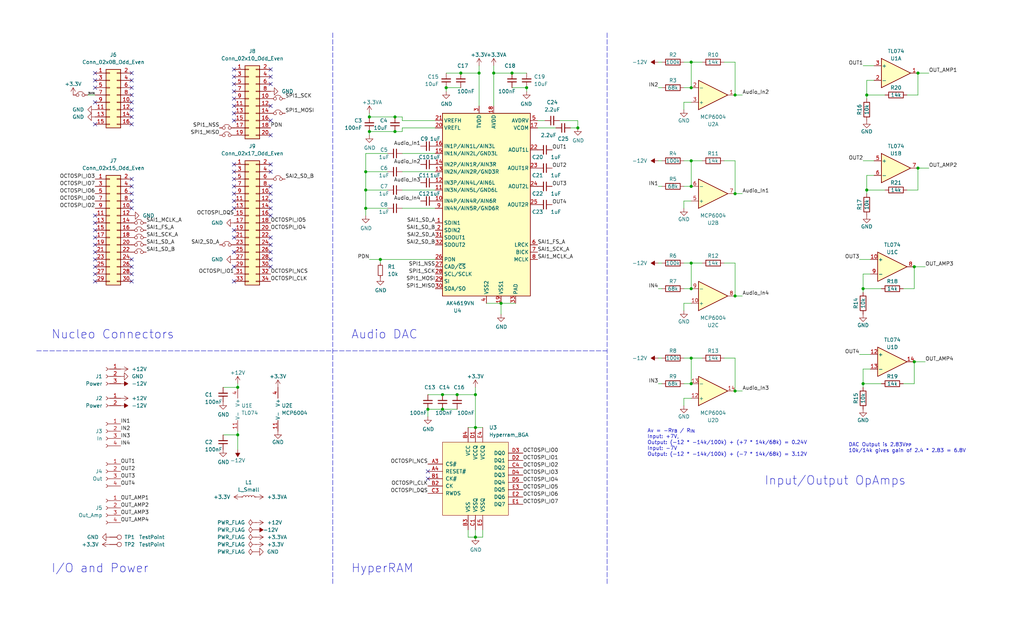
<source format=kicad_sch>
(kicad_sch (version 20230121) (generator eeschema)
  (paper "USLegal")
  (title_block (title "AK4619 STM32H563 Dev Board") (date "2023-08-23") (rev "1.0") (company "Mountjoy Modular"))
  (junction (at 317.5 92.71))
  (junction (at 318.77 25.4))
  (junction (at 128.27 40.64))
  (junction (at 153.67 142.24))
  (junction (at 240.03 21.59))
  (junction (at 182.88 30.48))
  (junction (at 300.99 66.04))
  (junction (at 299.72 133.35))
  (junction (at 165.1 186.69))
  (junction (at 299.72 100.33))
  (junction (at 300.99 33.02))
  (junction (at 240.03 55.88))
  (junction (at 137.16 45.72))
  (junction (at 127 66.04))
  (junction (at 240.03 124.46))
  (junction (at 82.55 134.62))
  (junction (at 137.16 40.64))
  (junction (at 127 59.69))
  (junction (at 128.27 45.72))
  (junction (at 171.45 25.4))
  (junction (at 165.1 137.16))
  (junction (at 240.03 91.44))
  (junction (at 154.94 30.48))
  (junction (at 82.55 151.13))
  (junction (at 158.75 137.16))
  (junction (at 153.67 137.16))
  (junction (at 240.03 100.33))
  (junction (at 127 72.39))
  (junction (at 255.27 33.02))
  (junction (at 173.99 105.41))
  (junction (at 165.1 148.59))
  (junction (at 160.02 25.4))
  (junction (at 240.03 64.77))
  (junction (at 255.27 102.87))
  (junction (at 255.27 135.89))
  (junction (at 148.59 142.24))
  (junction (at 166.37 25.4))
  (junction (at 317.5 125.73))
  (junction (at 255.27 67.31))
  (junction (at 200.66 44.45))
  (junction (at 240.03 30.48))
  (junction (at 132.08 90.17))
  (junction (at 318.77 58.42))
  (junction (at 177.8 25.4))
  (junction (at 240.03 133.35))
  (no_connect (at 93.98 82.55))
  (no_connect (at 93.98 59.69))
  (no_connect (at 45.72 67.31))
  (no_connect (at 93.98 46.99))
  (no_connect (at 81.28 69.85))
  (no_connect (at 93.98 90.17))
  (no_connect (at 45.72 92.71))
  (no_connect (at 93.98 29.21))
  (no_connect (at 45.72 97.79))
  (no_connect (at 33.02 74.93))
  (no_connect (at 81.28 97.79))
  (no_connect (at 93.98 67.31))
  (no_connect (at 45.72 62.23))
  (no_connect (at 33.02 30.48))
  (no_connect (at 81.28 72.39))
  (no_connect (at 81.28 80.01))
  (no_connect (at 33.02 92.71))
  (no_connect (at 81.28 39.37))
  (no_connect (at 45.72 27.94))
  (no_connect (at 45.72 33.02))
  (no_connect (at 45.72 72.39))
  (no_connect (at 45.72 38.1))
  (no_connect (at 81.28 57.15))
  (no_connect (at 45.72 90.17))
  (no_connect (at 93.98 85.09))
  (no_connect (at 33.02 85.09))
  (no_connect (at 93.98 92.71))
  (no_connect (at 45.72 69.85))
  (no_connect (at 33.02 43.18))
  (no_connect (at 33.02 82.55))
  (no_connect (at 93.98 41.91))
  (no_connect (at 81.28 26.67))
  (no_connect (at 33.02 87.63))
  (no_connect (at 45.72 35.56))
  (no_connect (at 33.02 77.47))
  (no_connect (at 93.98 36.83))
  (no_connect (at 45.72 64.77))
  (no_connect (at 33.02 95.25))
  (no_connect (at 81.28 24.13))
  (no_connect (at 81.28 64.77))
  (no_connect (at 93.98 64.77))
  (no_connect (at 81.28 67.31))
  (no_connect (at 81.28 87.63))
  (no_connect (at 81.28 59.69))
  (no_connect (at 33.02 97.79))
  (no_connect (at 33.02 90.17))
  (no_connect (at 81.28 36.83))
  (no_connect (at 81.28 92.71))
  (no_connect (at 81.28 82.55))
  (no_connect (at 33.02 35.56))
  (no_connect (at 148.59 166.37))
  (no_connect (at 45.72 43.18))
  (no_connect (at 81.28 34.29))
  (no_connect (at 93.98 74.93))
  (no_connect (at 45.72 40.64))
  (no_connect (at 33.02 25.4))
  (no_connect (at 148.59 163.83))
  (no_connect (at 93.98 87.63))
  (no_connect (at 93.98 57.15))
  (no_connect (at 81.28 31.75))
  (no_connect (at 33.02 27.94))
  (no_connect (at 81.28 29.21))
  (no_connect (at 45.72 25.4))
  (no_connect (at 45.72 95.25))
  (no_connect (at 93.98 26.67))
  (no_connect (at 45.72 30.48))
  (no_connect (at 93.98 69.85))
  (no_connect (at 81.28 41.91))
  (no_connect (at 33.02 80.01))
  (no_connect (at 93.98 24.13))
  (no_connect (at 93.98 72.39))
  (no_connect (at 81.28 62.23))
  (wire (pts (xy 307.34 66.04) (xy 300.99 66.04)))
  (wire (pts (xy 127 66.04) (xy 134.62 66.04)))
  (wire (pts (xy 165.1 184.15) (xy 165.1 186.69)))
  (wire (pts (xy 300.99 27.94) (xy 303.53 27.94)))
  (wire (pts (xy 127 59.69) (xy 127 66.04)))
  (wire (pts (xy 237.49 105.41) (xy 237.49 107.95)))
  (wire (pts (xy 314.96 33.02) (xy 318.77 33.02)))
  (wire (pts (xy 318.77 58.42) (xy 318.77 66.04)))
  (wire (pts (xy 154.94 25.4) (xy 160.02 25.4)))
  (wire (pts (xy 198.12 44.45) (xy 200.66 44.45)))
  (wire (pts (xy 237.49 69.85) (xy 237.49 72.39)))
  (wire (pts (xy 240.03 21.59) (xy 240.03 30.48)))
  (wire (pts (xy 299.72 100.33) (xy 299.72 95.25)))
  (wire (pts (xy 171.45 25.4) (xy 171.45 36.83)))
  (wire (pts (xy 186.69 41.91) (xy 189.23 41.91)))
  (wire (pts (xy 165.1 134.62) (xy 165.1 137.16)))
  (wire (pts (xy 228.6 55.88) (xy 229.87 55.88)))
  (wire (pts (xy 237.49 133.35) (xy 240.03 133.35)))
  (wire (pts (xy 255.27 33.02) (xy 257.81 33.02)))
  (wire (pts (xy 165.1 137.16) (xy 165.1 148.59)))
  (wire (pts (xy 314.96 66.04) (xy 318.77 66.04)))
  (wire (pts (xy 306.07 100.33) (xy 299.72 100.33)))
  (wire (pts (xy 139.7 72.39) (xy 151.13 72.39)))
  (wire (pts (xy 228.6 133.35) (xy 229.87 133.35)))
  (wire (pts (xy 317.5 125.73) (xy 317.5 133.35)))
  (wire (pts (xy 299.72 133.35) (xy 299.72 134.62)))
  (wire (pts (xy 127 59.69) (xy 134.62 59.69)))
  (wire (pts (xy 158.75 137.16) (xy 165.1 137.16)))
  (wire (pts (xy 194.31 41.91) (xy 200.66 41.91)))
  (wire (pts (xy 298.45 123.19) (xy 302.26 123.19)))
  (wire (pts (xy 128.27 45.72) (xy 128.27 46.99)))
  (wire (pts (xy 128.27 40.64) (xy 137.16 40.64)))
  (wire (pts (xy 148.59 137.16) (xy 153.67 137.16)))
  (wire (pts (xy 82.55 156.21) (xy 82.55 151.13)))
  (wire (pts (xy 237.49 55.88) (xy 240.03 55.88)))
  (wire (pts (xy 299.72 95.25) (xy 302.26 95.25)))
  (wire (pts (xy 237.49 21.59) (xy 240.03 21.59)))
  (wire (pts (xy 240.03 91.44) (xy 240.03 100.33)))
  (wire (pts (xy 162.56 186.69) (xy 165.1 186.69)))
  (wire (pts (xy 237.49 69.85) (xy 240.03 69.85)))
  (wire (pts (xy 255.27 91.44) (xy 255.27 102.87)))
  (wire (pts (xy 299.72 22.86) (xy 303.53 22.86)))
  (wire (pts (xy 306.07 133.35) (xy 299.72 133.35)))
  (wire (pts (xy 182.88 30.48) (xy 177.8 30.48)))
  (wire (pts (xy 139.7 41.91) (xy 151.13 41.91)))
  (wire (pts (xy 251.46 124.46) (xy 255.27 124.46)))
  (wire (pts (xy 168.91 105.41) (xy 173.99 105.41)))
  (wire (pts (xy 167.64 186.69) (xy 167.64 184.15)))
  (wire (pts (xy 228.6 124.46) (xy 229.87 124.46)))
  (wire (pts (xy 243.84 21.59) (xy 240.03 21.59)))
  (wire (pts (xy 173.99 105.41) (xy 179.07 105.41)))
  (polyline (pts (xy 368.3 29.21) (xy 444.5 29.21)) (stroke (width 0) (type dash)))
  (wire (pts (xy 139.7 45.72) (xy 139.7 44.45)))
  (wire (pts (xy 173.99 105.41) (xy 173.99 109.22)))
  (wire (pts (xy 298.45 90.17) (xy 302.26 90.17)))
  (wire (pts (xy 307.34 33.02) (xy 300.99 33.02)))
  (wire (pts (xy 160.02 25.4) (xy 166.37 25.4)))
  (wire (pts (xy 300.99 66.04) (xy 300.99 67.31)))
  (wire (pts (xy 127 53.34) (xy 134.62 53.34)))
  (wire (pts (xy 182.88 31.75) (xy 182.88 30.48)))
  (wire (pts (xy 255.27 102.87) (xy 257.81 102.87)))
  (wire (pts (xy 165.1 148.59) (xy 167.64 148.59)))
  (polyline (pts (xy 210.82 11.43) (xy 210.82 203.2)) (stroke (width 0) (type dash)))
  (wire (pts (xy 139.7 53.34) (xy 151.13 53.34)))
  (wire (pts (xy 317.5 92.71) (xy 317.5 100.33)))
  (wire (pts (xy 237.49 91.44) (xy 240.03 91.44)))
  (wire (pts (xy 243.84 124.46) (xy 240.03 124.46)))
  (wire (pts (xy 243.84 55.88) (xy 240.03 55.88)))
  (polyline (pts (xy 368.3 29.21) (xy 368.3 165.1)) (stroke (width 0) (type dash)))
  (wire (pts (xy 228.6 21.59) (xy 229.87 21.59)))
  (wire (pts (xy 300.99 33.02) (xy 300.99 34.29)))
  (polyline (pts (xy 444.5 29.21) (xy 444.5 165.1)) (stroke (width 0) (type dash)))
  (wire (pts (xy 299.72 133.35) (xy 299.72 128.27)))
  (wire (pts (xy 162.56 184.15) (xy 162.56 186.69)))
  (polyline (pts (xy 12.7 121.92) (xy 115.57 121.92)) (stroke (width 0) (type dash)))
  (wire (pts (xy 186.69 44.45) (xy 193.04 44.45)))
  (wire (pts (xy 166.37 22.86) (xy 166.37 25.4)))
  (wire (pts (xy 148.59 142.24) (xy 153.67 142.24)))
  (wire (pts (xy 299.72 55.88) (xy 303.53 55.88)))
  (wire (pts (xy 237.49 100.33) (xy 240.03 100.33)))
  (wire (pts (xy 318.77 25.4) (xy 322.58 25.4)))
  (wire (pts (xy 237.49 138.43) (xy 237.49 140.97)))
  (wire (pts (xy 127 66.04) (xy 127 72.39)))
  (wire (pts (xy 165.1 186.69) (xy 167.64 186.69)))
  (wire (pts (xy 128.27 90.17) (xy 132.08 90.17)))
  (polyline (pts (xy 368.3 165.1) (xy 444.5 165.1)) (stroke (width 0) (type dash)))
  (wire (pts (xy 228.6 91.44) (xy 229.87 91.44)))
  (wire (pts (xy 137.16 45.72) (xy 139.7 45.72)))
  (wire (pts (xy 237.49 124.46) (xy 240.03 124.46)))
  (wire (pts (xy 139.7 44.45) (xy 151.13 44.45)))
  (wire (pts (xy 237.49 30.48) (xy 240.03 30.48)))
  (wire (pts (xy 243.84 91.44) (xy 240.03 91.44)))
  (wire (pts (xy 177.8 25.4) (xy 171.45 25.4)))
  (wire (pts (xy 148.59 142.24) (xy 148.59 144.78)))
  (wire (pts (xy 154.94 31.75) (xy 154.94 30.48)))
  (wire (pts (xy 127 53.34) (xy 127 59.69)))
  (wire (pts (xy 299.72 128.27) (xy 302.26 128.27)))
  (wire (pts (xy 318.77 25.4) (xy 318.77 33.02)))
  (wire (pts (xy 313.69 133.35) (xy 317.5 133.35)))
  (wire (pts (xy 128.27 39.37) (xy 128.27 40.64)))
  (wire (pts (xy 127 72.39) (xy 127 74.93)))
  (wire (pts (xy 153.67 137.16) (xy 158.75 137.16)))
  (wire (pts (xy 77.47 151.13) (xy 82.55 151.13)))
  (wire (pts (xy 77.47 134.62) (xy 82.55 134.62)))
  (wire (pts (xy 300.99 66.04) (xy 300.99 60.96)))
  (wire (pts (xy 228.6 64.77) (xy 229.87 64.77)))
  (wire (pts (xy 228.6 30.48) (xy 229.87 30.48)))
  (wire (pts (xy 317.5 125.73) (xy 321.31 125.73)))
  (polyline (pts (xy 115.57 121.92) (xy 210.82 121.92)) (stroke (width 0) (type dash)))
  (wire (pts (xy 240.03 138.43) (xy 237.49 138.43)))
  (wire (pts (xy 237.49 64.77) (xy 240.03 64.77)))
  (wire (pts (xy 313.69 100.33) (xy 317.5 100.33)))
  (wire (pts (xy 251.46 91.44) (xy 255.27 91.44)))
  (wire (pts (xy 318.77 58.42) (xy 322.58 58.42)))
  (wire (pts (xy 299.72 100.33) (xy 299.72 101.6)))
  (wire (pts (xy 317.5 92.71) (xy 321.31 92.71)))
  (wire (pts (xy 240.03 35.56) (xy 237.49 35.56)))
  (wire (pts (xy 251.46 55.88) (xy 255.27 55.88)))
  (wire (pts (xy 255.27 135.89) (xy 257.81 135.89)))
  (wire (pts (xy 240.03 55.88) (xy 240.03 64.77)))
  (wire (pts (xy 300.99 60.96) (xy 303.53 60.96)))
  (wire (pts (xy 154.94 30.48) (xy 160.02 30.48)))
  (wire (pts (xy 228.6 100.33) (xy 229.87 100.33)))
  (wire (pts (xy 240.03 105.41) (xy 237.49 105.41)))
  (wire (pts (xy 162.56 148.59) (xy 165.1 148.59)))
  (wire (pts (xy 171.45 22.86) (xy 171.45 25.4)))
  (wire (pts (xy 82.55 151.13) (xy 82.55 149.86)))
  (wire (pts (xy 139.7 59.69) (xy 151.13 59.69)))
  (wire (pts (xy 255.27 55.88) (xy 255.27 67.31)))
  (wire (pts (xy 300.99 33.02) (xy 300.99 27.94)))
  (wire (pts (xy 30.48 33.02) (xy 33.02 33.02)))
  (wire (pts (xy 237.49 35.56) (xy 237.49 38.1)))
  (wire (pts (xy 166.37 25.4) (xy 166.37 36.83)))
  (wire (pts (xy 200.66 41.91) (xy 200.66 44.45)))
  (wire (pts (xy 139.7 66.04) (xy 151.13 66.04)))
  (wire (pts (xy 132.08 90.17) (xy 151.13 90.17)))
  (wire (pts (xy 139.7 40.64) (xy 139.7 41.91)))
  (wire (pts (xy 82.55 133.35) (xy 82.55 134.62)))
  (wire (pts (xy 255.27 67.31) (xy 257.81 67.31)))
  (wire (pts (xy 137.16 40.64) (xy 139.7 40.64)))
  (wire (pts (xy 240.03 124.46) (xy 240.03 133.35)))
  (wire (pts (xy 255.27 124.46) (xy 255.27 135.89)))
  (wire (pts (xy 255.27 21.59) (xy 255.27 33.02)))
  (wire (pts (xy 128.27 45.72) (xy 137.16 45.72)))
  (wire (pts (xy 153.67 142.24) (xy 158.75 142.24)))
  (wire (pts (xy 182.88 25.4) (xy 177.8 25.4)))
  (wire (pts (xy 132.08 91.44) (xy 132.08 90.17)))
  (polyline (pts (xy 115.57 11.43) (xy 115.57 203.2)) (stroke (width 0) (type dash)))
  (wire (pts (xy 251.46 21.59) (xy 255.27 21.59)))
  (wire (pts (xy 127 72.39) (xy 134.62 72.39)))
  (text "HyperRAM" (at 121.92 199.39 0) (effects (font (size 3 3)) (justify left bottom)))
  (text "PA3 OCTOSPI_CLK\nPB1 OCTOSPI_IO0\nPB0 OCTOSPI_IO1\nPC2 OCTOSPI_IO2\nPA6 OCTOSPI_IO3\nPE7 OCTOSPI_IO4\nPE8 OCTOSPI_IO5\nPC3 OCTOSPI_IO6\nPC0 OCTOSPI_IO7\nPB10  OCTOSPI_NCS\nPB2 OCTOSPI_DQS" (at 375.92 138.43 0) (effects (font (size 1.27 1.27)) (justify left bottom)))
  (text "Nucleo Connectors" (at 17.78 118.11 0) (effects (font (size 3 3)) (justify left bottom)))
  (text "I2S\n\nPA3  I2S2_WS\nPA4  I2S1_WS\nPA5  I2S1_CK\nPA6  I2S1_SDI\nPA7  I2S1_SDO\nPA9  I2S2_CK\nPA11 I2S2_WS\nPA12 I2S2_CK\nPA15 I2S1_WS,  I2S3_WS\n\nPB2  I2S3_SDO\nPB3  I2S1_CK,  I2S3_CK\nPB4  I2S1_SDI, I2S3_SDI, I2S2_WS\nPB5  I2S1_SDO, I2S3_SDO\nPB9  I2S2_WS\nPB10 I2S2_CK\nPB12 I2S2_WS\nPB13 I2S2_CK\nPB14 I2S2_SDI\nPB15 I2S2_SDO\n\nPC1  I2S2_SDO\nPC2  I2S2_SDI\nPC3  I2S2_SDO\nPC4  I2S1_MCK\nPC6  I2S2_MCK\nPC7  I2S3_MCK\nPC10 I2S3_CK\nPC11 I2S3_SDI\nPC12 I2S3_SDO\n\nPD3  I2S2_CK\nPD6  I2S3_SDO\nPD7  I2S1_SDO\n" (at 408.94 106.68 0) (effects (font (size 1.27 1.27)) (justify left bottom)))
  (text "Input/Output OpAmps" (at 265.43 168.91 0) (effects (font (size 3 3)) (justify left bottom)))
  (text "Audio DAC" (at 121.92 118.11 0) (effects (font (size 3 3)) (justify left bottom)))
  (text "I/O and Power" (at 17.78 199.39 0) (effects (font (size 3 3)) (justify left bottom)))
  (text "Av = -R_{FB} / R_{IN}\nInput: +7V, \nOutput: (-12 * -14k/100k) + (+7 * 14k/68k) = 0.24V\nInput: -7V\nOutput: (-12 * -14k/100k) + (-7 * 14k/68k) = 3.12V" (at 224.79 158.75 0) (effects (font (size 1.27 1.27)) (justify left bottom)))
  (text "SAI \n\nPA0  SAI2_SD_B\nPA1  SAI2_MCLK_B\nPA2  SAI2_SCK_B\nPA3  SAI1_SD_B\nPA12 SAI2_FS_B\n\nPB2  SAI1_SD_A\n\nPC0  SAI1_MCLK_A SAI2_FS_B\nPC1  SAI1_SD_A SAI2_SD_A\nPC5  SAI1_FS_A\nPC6  SAI1_SCK_A\n\nPD6  SAI1_SD_A\nPD11 SAI2_SD_A\nPD12 SAI2_FS_A\nPD13 SAI2_SCK_A\n\nPE0  SAI2_MCLK_A\nPE2  SAI1_MCLK_A\nPE3  SAI1_SD_B\nPE4  SAI1_FS_A\nPE5  SAI1_SCK_A\nPE6  SAI1_SD_A\nPE11 SAI2_SD_B\nPE12 SAI2_SCK_B\nPE13 SAI2_FS_B\nPE14 SAI2_MCLK_B" (at 375.92 95.25 0) (effects (font (size 1.27 1.27)) (justify left bottom)))
  (text "SPI4/6\n\nPE2  SPI4_SCK\nPE4  SPI4_NSS\nPE5  SPI4_MISO\nPE6  SPI4_MOSI\nPE11 SPI4_NSS\nPE12 SPI4_SCK\nPE13 SPI4_MISO\nPE14 SPI4_MOSI\nPB8  SPI4_RDY\n\nPA0  SPI6_NSS\nPA4  SPI6_NSS\nPA5  SPI6_SCK\nPA6  SPI6_MISO\nPA7  SPI6_MOSI\nPA15 SPI6_NSS\nPC12 SPI6_SCK\nPB3  SPI6_SCK\nPB4  SPI6_MISO\nPB5  SPI6_MOSI" (at 408.94 160.02 0) (effects (font (size 1.27 1.27)) (justify left bottom)))
  (text "DAC Output is 2.83V_{PP}\n10k/14k gives gain of 2.4 * 2.83 = 6.8V" (at 294.64 157.48 0) (effects (font (size 1.27 1.27)) (justify left bottom)))
  (label "OUT3" (at 191.77 64.77 0))
  (label "OCTOSPI_IO6" (at 33.02 67.31 180))
  (label "SAI2_SD_B" (at 99.06 62.23 0))
  (label "Audio_In3" (at 146.05 63.5 180))
  (label "OCTOSPI_DQS" (at 148.59 171.45 180))
  (label "OCTOSPI_IO2" (at 33.02 72.39 180))
  (label "OUT1" (at 41.91 161.29 0))
  (label "OUT_AMP4" (at 41.91 181.61 0))
  (label "OCTOSPI_CLK" (at 148.59 168.91 180))
  (label "Audio_In3" (at 257.81 135.89 0))
  (label "OUT_AMP3" (at 41.91 179.07 0))
  (label "SAI1_SCK_A" (at 50.8 82.55 0))
  (label "IN2" (at 41.91 149.86 0))
  (label "SPI1_MISO" (at 76.2 46.99 180))
  (label "OUT_AMP1" (at 41.91 173.99 0))
  (label "OCTOSPI_IO1" (at 81.28 95.25 180))
  (label "SAI1_MCLK_A" (at 186.69 90.17 0))
  (label "OUT2" (at 41.91 163.83 0))
  (label "Audio_In1" (at 257.81 67.31 0))
  (label "OCTOSPI_NCS" (at 93.98 95.25 0))
  (label "PDN" (at 128.27 90.17 180))
  (label "OUT1" (at 191.77 52.07 0))
  (label "OUT4" (at 298.45 123.19 180))
  (label "IN4" (at 228.6 100.33 180))
  (label "IN1" (at 41.91 147.32 0))
  (label "Audio_In2" (at 146.05 57.15 180))
  (label "SAI1_SD_B" (at 151.13 80.01 180))
  (label "OCTOSPI_IO0" (at 181.61 157.48 0))
  (label "PDN" (at 93.98 44.45 0))
  (label "OCTOSPI_CLK" (at 93.98 97.79 0))
  (label "OUT_AMP4" (at 321.31 125.73 0))
  (label "Audio_In4" (at 146.05 69.85 180))
  (label "Audio_In4" (at 257.81 102.87 0))
  (label "SAI1_FS_A" (at 186.69 85.09 0))
  (label "OCTOSPI_NCS" (at 148.59 161.29 180))
  (label "OUT4" (at 191.77 71.12 0))
  (label "OCTOSPI_IO5" (at 93.98 77.47 0))
  (label "OUT_AMP3" (at 321.31 92.71 0))
  (label "OCTOSPI_IO7" (at 33.02 64.77 180))
  (label "SAI1_SCK_A" (at 186.69 87.63 0))
  (label "OUT4" (at 41.91 168.91 0))
  (label "OCTOSPI_IO2" (at 181.61 162.56 0))
  (label "OCTOSPI_IO5" (at 181.61 170.18 0))
  (label "IN3" (at 41.91 152.4 0))
  (label "OCTOSPI_IO4" (at 93.98 80.01 0))
  (label "OUT_AMP2" (at 41.91 176.53 0))
  (label "3VIN" (at 30.48 33.02 0) (effects (font (size 0.7 0.7))))
  (label "Audio_In1" (at 146.05 50.8 180))
  (label "SPI1_NSS" (at 76.2 44.45 180))
  (label "SAI1_MCLK_A" (at 50.8 77.47 0))
  (label "SPI1_SCK" (at 151.13 95.25 180))
  (label "IN3" (at 228.6 133.35 180))
  (label "OCTOSPI_IO7" (at 181.61 175.26 0))
  (label "OCTOSPI_IO3" (at 181.61 165.1 0))
  (label "OCTOSPI_IO6" (at 181.61 172.72 0))
  (label "SAI1_SD_A" (at 50.8 85.09 0))
  (label "Audio_In2" (at 257.81 33.02 0))
  (label "IN2" (at 228.6 30.48 180))
  (label "SPI1_MISO" (at 151.13 100.33 180))
  (label "SPI1_SCK" (at 99.06 34.29 0))
  (label "SPI1_MOSI" (at 151.13 97.79 180))
  (label "SAI1_SD_A" (at 151.13 77.47 180))
  (label "SAI2_SD_A" (at 151.13 82.55 180))
  (label "OCTOSPI_IO4" (at 181.61 167.64 0))
  (label "SAI2_SD_B" (at 151.13 85.09 180))
  (label "OUT1" (at 299.72 22.86 180))
  (label "SAI1_FS_A" (at 50.8 80.01 0))
  (label "OCTOSPI_IO0" (at 33.02 69.85 180))
  (label "OUT3" (at 298.45 90.17 180))
  (label "OUT3" (at 41.91 166.37 0))
  (label "OUT_AMP1" (at 322.58 25.4 0))
  (label "IN4" (at 41.91 154.94 0))
  (label "SAI1_SD_B" (at 50.8 87.63 0))
  (label "OCTOSPI_IO3" (at 33.02 62.23 180))
  (label "OUT2" (at 299.72 55.88 180))
  (label "SPI1_MOSI" (at 99.06 39.37 0))
  (label "OCTOSPI_DQS" (at 81.28 74.93 180))
  (label "SPI1_NSS" (at 151.13 92.71 180))
  (label "OUT_AMP2" (at 322.58 58.42 0))
  (label "OCTOSPI_IO1" (at 181.61 160.02 0))
  (label "IN1" (at 228.6 64.77 180))
  (label "OUT2" (at 191.77 58.42 0))
  (label "SAI2_SD_A" (at 76.2 85.09 180))
  (symbol (lib_id "Device:C_Small") (at 128.27 43.18 180) (unit 1)
    (property "Reference" "C3" (at 125.73 41.9036 0) (effects (justify left)))
    (property "Value" "100nF" (at 125.73 44.4436 0) (effects (justify left)))
    (property "Footprint" "Capacitor_SMD:C_0603_1608Metric_Pad1.08x0.95mm_HandSolder" (effects hide))
  )
  (symbol (lib_id "power:+3.3V") (at 96.52 134.62 0) (unit 1)
    (property "Reference" "#PWR026" (effects hide))
    (property "Value" "+3.3V" (at 96.52 130.81 0))
  )
  (symbol (lib_id "Connector_Generic:Conn_02x08_Odd_Even") (at 38.1 33.02 0) (unit 1)
    (property "Reference" "J6" (at 39.37 19.05 0))
    (property "Value" "Conn_02x08_Odd_Even" (at 39.37 21.59 0))
    (property "Footprint" "Connector_PinHeader_2.54mm:PinHeader_2x08_P2.54mm_Vertical" (effects hide))
  )
  (symbol (lib_id "Device:C_Small") (at 148.59 63.5 270) (mirror x) (unit 1)
    (property "Reference" "C11" (at 147.32 60.96 90))
    (property "Value" "1uF" (at 151.13 60.96 90))
    (property "Footprint" "Capacitor_SMD:C_0603_1608Metric_Pad1.08x0.95mm_HandSolder" (effects hide))
  )
  (symbol (lib_id "Device:R") (at 309.88 100.33 270) (unit 1)
    (property "Reference" "R18" (at 309.88 97.79 90))
    (property "Value" "14k" (at 309.88 100.33 90))
    (property "Footprint" "Resistor_SMD:R_0603_1608Metric_Pad0.98x0.95mm_HandSolder" (effects hide))
    (property "Part_Number" "C23212 " (effects hide))
  )
  (symbol (lib_id "power:-12V") (at 228.6 91.44 90) (unit 1)
    (property "Reference" "#PWR043" (effects hide))
    (property "Value" "-12V" (at 224.79 91.44 90) (effects (justify left)))
  )
  (symbol (lib_id "power:+3.3V") (at 166.37 22.86 0) (unit 1)
    (property "Reference" "#PWR036" (effects hide))
    (property "Value" "+3.3V" (at 166.37 19.05 0))
  )
  (symbol (lib_id "power:PWR_FLAG") (at 88.9 191.77 90) (unit 1)
    (property "Reference" "#FLG05" (effects hide))
    (property "Value" "PWR_FLAG" (at 85.09 191.77 90) (effects (justify left)))
  )
  (symbol (lib_id "Amplifier_Operational:TL074") (at 311.15 58.42 0) (unit 2)
    (property "Reference" "U1" (at 311.15 53.34 0))
    (property "Value" "TL074" (at 311.15 50.8 0))
    (property "Footprint" "Package_SO:SO-14_3.9x8.65mm_P1.27mm" (effects hide))
    (property "Datasheet" "http://www.ti.com/lit/ds/symlink/tl071.pdf" (effects hide))
  )
  (symbol (lib_id "Connector:Conn_01x02_Socket") (at 36.83 138.43 0) (mirror y) (unit 1)
    (property "Reference" "J2" (at 35.56 138.43 0) (effects (justify left)))
    (property "Value" "Power" (at 35.56 140.97 0) (effects (justify left)))
    (property "Footprint" "Connector_PinSocket_2.54mm:PinSocket_1x02_P2.54mm_Vertical" (effects hide))
  )
  (symbol (lib_id "power:+3.3V") (at 83.82 172.72 90) (unit 1)
    (property "Reference" "#PWR018" (effects hide))
    (property "Value" "+3.3V" (at 80.01 172.72 90) (effects (justify left)))
  )
  (symbol (lib_id "power:GND") (at 154.94 31.75 0) (unit 1)
    (property "Reference" "#PWR033" (effects hide))
    (property "Value" "GND" (at 155.067 36.1442 0))
  )
  (symbol (lib_id "Device:R") (at 233.68 30.48 270) (unit 1)
    (property "Reference" "R3" (at 233.68 27.94 90))
    (property "Value" "68k" (at 233.68 30.48 90))
    (property "Footprint" "Resistor_SMD:R_0603_1608Metric_Pad0.98x0.95mm_HandSolder" (effects hide))
    (property "Part_Number" "C25819" (effects hide))
  )
  (symbol (lib_id "Custom_Audio:AK4619VN") (at 168.91 77.47 0) (unit 1)
    (property "Reference" "U4" (at 157.48 107.95 0) (effects (justify left)))
    (property "Value" "AK4619VN" (at 154.94 105.41 0) (effects (justify left)))
    (property "Footprint" "Custom_Footprints:QFN-32-1EP_5x5mm_P0.5mm_EP3.1x3.1mm_ThermalVias" (effects hide))
    (property "Datasheet" "https://www.akm.com/content/dam/documents/products/audio/audio-codec/ak4619vn/ak4619vn-en-datasheet.pdf" (effects hide))
  )
  (symbol (lib_id "Device:R") (at 233.68 91.44 270) (unit 1)
    (property "Reference" "R6" (at 233.68 88.9 90))
    (property "Value" "100k" (at 233.68 91.44 90))
    (property "Footprint" "Resistor_SMD:R_0603_1608Metric_Pad0.98x0.95mm_HandSolder" (effects hide))
    (property "Part_Number" "C4184 " (effects hide))
  )
  (symbol (lib_id "power:+3.3VA") (at 128.27 39.37 0) (unit 1)
    (property "Reference" "#PWR029" (effects hide))
    (property "Value" "+3.3VA" (at 125.73 35.56 0) (effects (justify left)))
  )
  (symbol (lib_id "Device:R") (at 233.68 21.59 270) (unit 1)
    (property "Reference" "R2" (at 233.68 19.05 90))
    (property "Value" "100k" (at 233.68 21.59 90))
    (property "Footprint" "Resistor_SMD:R_0603_1608Metric_Pad0.98x0.95mm_HandSolder" (effects hide))
    (property "Part_Number" "C4184 " (effects hide))
  )
  (symbol (lib_id "power:-12V") (at 228.6 124.46 90) (unit 1)
    (property "Reference" "#PWR044" (effects hide))
    (property "Value" "-12V" (at 224.79 124.46 90) (effects (justify left)))
  )
  (symbol (lib_id "power:GND") (at 77.47 156.21 0) (unit 1)
    (property "Reference" "#PWR013" (effects hide))
    (property "Value" "GND" (at 77.597 160.6042 0))
  )
  (symbol (lib_id "Device:C_Small") (at 148.59 50.8 270) (mirror x) (unit 1)
    (property "Reference" "C9" (at 147.32 48.26 90))
    (property "Value" "1uF" (at 151.13 48.26 90))
    (property "Footprint" "Capacitor_SMD:C_0603_1608Metric_Pad1.08x0.95mm_HandSolder" (effects hide))
  )
  (symbol (lib_id "power:-12V") (at 228.6 55.88 90) (unit 1)
    (property "Reference" "#PWR042" (effects hide))
    (property "Value" "-12V" (at 224.79 55.88 90) (effects (justify left)))
  )
  (symbol (lib_id "power:PWR_FLAG") (at 88.9 189.23 90) (unit 1)
    (property "Reference" "#FLG04" (effects hide))
    (property "Value" "PWR_FLAG" (at 85.09 189.23 90) (effects (justify left)))
  )
  (symbol (lib_id "power:GND") (at 93.98 31.75 90) (unit 1)
    (property "Reference" "#PWR025" (effects hide))
    (property "Value" "GND" (at 97.79 31.75 90) (effects (justify right)))
  )
  (symbol (lib_id "power:GND") (at 96.52 149.86 0) (unit 1)
    (property "Reference" "#PWR027" (effects hide))
    (property "Value" "GND" (at 96.52 153.67 0))
  )
  (symbol (lib_id "power:GND") (at 33.02 38.1 270) (unit 1)
    (property "Reference" "#PWR02" (effects hide))
    (property "Value" "GND" (at 29.21 38.1 90) (effects (justify right)))
  )
  (symbol (lib_id "Device:C_Small") (at 189.23 58.42 270) (mirror x) (unit 1)
    (property "Reference" "C21" (at 186.69 60.96 90))
    (property "Value" "1uF" (at 193.04 60.96 90))
    (property "Footprint" "Capacitor_SMD:C_0603_1608Metric_Pad1.08x0.95mm_HandSolder" (effects hide))
  )
  (symbol (lib_id "power:+12V") (at 88.9 181.61 270) (unit 1)
    (property "Reference" "#PWR020" (effects hide))
    (property "Value" "+12V" (at 92.71 181.61 90) (effects (justify left)))
  )
  (symbol (lib_id "Device:C_Small") (at 77.47 153.67 180) (unit 1)
    (property "Reference" "C2" (at 71.12 153.67 0) (effects (justify right)))
    (property "Value" "100nF" (at 71.12 156.21 0) (effects (justify right)))
    (property "Footprint" "Capacitor_SMD:C_0603_1608Metric_Pad1.08x0.95mm_HandSolder" (effects hide))
  )
  (symbol (lib_id "Device:R") (at 299.72 138.43 0) (unit 1)
    (property "Reference" "R15" (at 297.18 138.43 90))
    (property "Value" "10k" (at 299.72 138.43 90))
    (property "Footprint" "Resistor_SMD:R_0603_1608Metric_Pad0.98x0.95mm_HandSolder" (effects hide))
    (property "Part_Number" "C23212 " (effects hide))
  )
  (symbol (lib_id "power:+12V") (at 41.91 138.43 270) (unit 1)
    (property "Reference" "#PWR09" (effects hide))
    (property "Value" "+12V" (at 45.72 138.43 90) (effects (justify left)))
  )
  (symbol (lib_id "Device:R") (at 247.65 55.88 270) (unit 1)
    (property "Reference" "R11" (at 247.65 53.34 90))
    (property "Value" "14k" (at 247.65 55.88 90))
    (property "Footprint" "Resistor_SMD:R_0603_1608Metric_Pad0.98x0.95mm_HandSolder" (effects hide))
    (property "Part_Number" "C23212 " (effects hide))
  )
  (symbol (lib_id "Encoder:Jumper_NC_Small") (at 48.26 85.09 0) (unit 1)
    (property "Reference" "JP5" (effects hide))
    (property "Value" "Jumper_NC_Small" (effects hide))
    (property "Footprint" "Jumper:SolderJumper-2_P1.3mm_Bridged_RoundedPad1.0x1.5mm" (effects hide))
  )
  (symbol (lib_id "power:+3.3V") (at 25.4 33.02 0) (unit 1)
    (property "Reference" "#PWR01" (effects hide))
    (property "Value" "+3.3V" (at 25.4 29.21 0))
  )
  (symbol (lib_id "Device:R") (at 309.88 133.35 270) (unit 1)
    (property "Reference" "R19" (at 309.88 130.81 90))
    (property "Value" "14k" (at 309.88 133.35 90))
    (property "Footprint" "Resistor_SMD:R_0603_1608Metric_Pad0.98x0.95mm_HandSolder" (effects hide))
    (property "Part_Number" "C23212 " (effects hide))
  )
  (symbol (lib_id "Device:C_Small") (at 191.77 41.91 90) (unit 1)
    (property "Reference" "C24" (at 191.7763 35.56 90))
    (property "Value" "2.2uF" (at 191.7763 38.1 90))
    (property "Footprint" "Capacitor_SMD:C_0603_1608Metric_Pad1.08x0.95mm_HandSolder" (effects hide))
  )
  (symbol (lib_id "Device:R") (at 247.65 124.46 270) (unit 1)
    (property "Reference" "R13" (at 247.65 121.92 90))
    (property "Value" "14k" (at 247.65 124.46 90))
    (property "Footprint" "Resistor_SMD:R_0603_1608Metric_Pad0.98x0.95mm_HandSolder" (effects hide))
    (property "Part_Number" "C23212 " (effects hide))
  )
  (symbol (lib_id "Encoder:Jumper_NC_Small") (at 78.74 46.99 0) (unit 1)
    (property "Reference" "JP8" (effects hide))
    (property "Value" "Jumper_NC_Small" (effects hide))
    (property "Footprint" "Jumper:SolderJumper-2_P1.3mm_Bridged_RoundedPad1.0x1.5mm" (effects hide))
  )
  (symbol (lib_id "power:GND") (at 132.08 96.52 0) (unit 1)
    (property "Reference" "#PWR031" (effects hide))
    (property "Value" "GND" (at 132.207 100.9142 0))
  )
  (symbol (lib_id "power:GND") (at 81.28 77.47 270) (unit 1)
    (property "Reference" "#PWR014" (effects hide))
    (property "Value" "GND" (at 77.47 77.47 90) (effects (justify right)))
  )
  (symbol (lib_id "power:GND") (at 33.02 40.64 270) (unit 1)
    (property "Reference" "#PWR03" (effects hide))
    (property "Value" "GND" (at 29.21 40.64 90) (effects (justify right)))
  )
  (symbol (lib_id "Connector:Conn_01x04_Socket") (at 36.83 149.86 0) (mirror y) (unit 1)
    (property "Reference" "J3" (at 35.56 149.86 0) (effects (justify left)))
    (property "Value" "In" (at 35.56 152.4 0) (effects (justify left)))
    (property "Footprint" "Connector_PinSocket_2.54mm:PinSocket_1x04_P2.54mm_Vertical" (effects hide))
  )
  (symbol (lib_id "Device:C_Small") (at 77.47 137.16 180) (unit 1)
    (property "Reference" "C1" (at 71.12 137.16 0) (effects (justify right)))
    (property "Value" "100nF" (at 71.12 139.7 0) (effects (justify right)))
    (property "Footprint" "Capacitor_SMD:C_0603_1608Metric_Pad1.08x0.95mm_HandSolder" (effects hide))
  )
  (symbol (lib_id "Connector_Generic:Conn_02x17_Odd_Even") (at 86.36 77.47 0) (unit 1)
    (property "Reference" "J9" (at 87.63 50.8 0))
    (property "Value" "Conn_02x17_Odd_Even" (at 87.63 53.34 0))
    (property "Footprint" "Connector_PinHeader_2.54mm:PinHeader_2x17_P2.54mm_Vertical" (effects hide))
  )
  (symbol (lib_id "Encoder:Jumper_NC_Small") (at 27.94 33.02 0) (unit 1)
    (property "Reference" "JP1" (effects hide))
    (property "Value" "Jumper_NC_Small" (effects hide))
    (property "Footprint" "Jumper:SolderJumper-2_P1.3mm_Bridged_RoundedPad1.0x1.5mm" (effects hide))
  )
  (symbol (lib_id "Device:C_Small") (at 189.23 71.12 270) (mirror x) (unit 1)
    (property "Reference" "C23" (at 186.69 73.66 90))
    (property "Value" "1uF" (at 193.04 73.66 90))
    (property "Footprint" "Capacitor_SMD:C_0603_1608Metric_Pad1.08x0.95mm_HandSolder" (effects hide))
  )
  (symbol (lib_id "Encoder:Jumper_NC_Small") (at 96.52 62.23 0) (unit 1)
    (property "Reference" "JP12" (effects hide))
    (property "Value" "Jumper_NC_Small" (effects hide))
    (property "Footprint" "Jumper:SolderJumper-2_P1.3mm_Bridged_RoundedPad1.0x1.5mm" (effects hide))
  )
  (symbol (lib_id "power:GND") (at 237.49 107.95 0) (unit 1)
    (property "Reference" "#PWR047" (effects hide))
    (property "Value" "GND" (at 237.49 111.76 0))
  )
  (symbol (lib_id "power:GND") (at 300.99 74.93 0) (unit 1)
    (property "Reference" "#PWR052" (effects hide))
    (property "Value" "GND" (at 300.99 78.74 0))
  )
  (symbol (lib_id "Device:R") (at 300.99 71.12 0) (unit 1)
    (property "Reference" "R17" (at 298.45 71.12 90))
    (property "Value" "10k" (at 300.99 71.12 90))
    (property "Footprint" "Resistor_SMD:R_0603_1608Metric_Pad0.98x0.95mm_HandSolder" (effects hide))
    (property "Part_Number" "C23212 " (effects hide))
  )
  (symbol (lib_id "Encoder:Jumper_NC_Small") (at 48.26 77.47 0) (unit 1)
    (property "Reference" "JP2" (effects hide))
    (property "Value" "Jumper_NC_Small" (effects hide))
    (property "Footprint" "Jumper:SolderJumper-2_P1.3mm_Bridged_RoundedPad1.0x1.5mm" (effects hide))
  )
  (symbol (lib_id "Amplifier_Operational:TL074") (at 85.09 142.24 0) (unit 5)
    (property "Reference" "U1" (at 83.82 140.97 0) (effects (justify left)))
    (property "Value" "TL074" (at 83.82 143.51 0) (effects (justify left)))
    (property "Footprint" "Package_SO:SO-14_3.9x8.65mm_P1.27mm" (effects hide))
    (property "Datasheet" "http://www.ti.com/lit/ds/symlink/tl071.pdf" (effects hide))
  )
  (symbol (lib_id "power:GND") (at 81.28 90.17 270) (unit 1)
    (property "Reference" "#PWR015" (effects hide))
    (property "Value" "GND" (at 77.47 90.17 90) (effects (justify right)))
  )
  (symbol (lib_id "Device:C_Small") (at 189.23 52.07 270) (mirror x) (unit 1)
    (property "Reference" "C20" (at 186.69 54.61 90))
    (property "Value" "1uF" (at 193.04 54.61 90))
    (property "Footprint" "Capacitor_SMD:C_0603_1608Metric_Pad1.08x0.95mm_HandSolder" (effects hide))
  )
  (symbol (lib_id "power:-12V") (at 41.91 133.35 270) (unit 1)
    (property "Reference" "#PWR08" (effects hide))
    (property "Value" "-12V" (at 45.72 133.35 90) (effects (justify left)))
  )
  (symbol (lib_id "Device:C_Small") (at 148.59 139.7 180) (unit 1)
    (property "Reference" "C13" (at 147.32 134.62 0) (effects (justify right)))
    (property "Value" "100nF" (at 142.24 143.51 0) (effects (justify right)))
    (property "Footprint" "Capacitor_SMD:C_0603_1608Metric_Pad1.08x0.95mm_HandSolder" (effects hide))
  )
  (symbol (lib_id "power:GND") (at 41.91 130.81 90) (unit 1)
    (property "Reference" "#PWR07" (effects hide))
    (property "Value" "GND" (at 45.72 130.81 90) (effects (justify right)))
  )
  (symbol (lib_id "power:-12V") (at 82.55 156.21 180) (unit 1)
    (property "Reference" "#PWR017" (effects hide))
    (property "Value" "-12V" (at 82.55 160.02 0))
  )
  (symbol (lib_id "power:GND") (at 88.9 191.77 90) (unit 1)
    (property "Reference" "#PWR024" (effects hide))
    (property "Value" "GND" (at 92.71 191.77 90) (effects (justify right)))
  )
  (symbol (lib_id "power:+3.3VA") (at 88.9 172.72 270) (unit 1)
    (property "Reference" "#PWR019" (effects hide))
    (property "Value" "+3.3VA" (at 92.71 172.72 90) (effects (justify left)))
  )
  (symbol (lib_id "power:GND") (at 128.27 46.99 0) (unit 1)
    (property "Reference" "#PWR030" (effects hide))
    (property "Value" "GND" (at 128.397 51.3842 0))
  )
  (symbol (lib_id "power:+3.3VA") (at 88.9 186.69 270) (unit 1)
    (property "Reference" "#PWR022" (effects hide))
    (property "Value" "+3.3VA" (at 92.71 186.69 90) (effects (justify left)))
  )
  (symbol (lib_id "Device:C_Small") (at 195.58 44.45 90) (unit 1)
    (property "Reference" "C25" (at 195.5863 48.26 90))
    (property "Value" "2.2uF" (at 190.5 46.99 90))
    (property "Footprint" "Capacitor_SMD:C_0603_1608Metric_Pad1.08x0.95mm_HandSolder" (effects hide))
  )
  (symbol (lib_id "power:+12V") (at 41.91 128.27 270) (unit 1)
    (property "Reference" "#PWR06" (effects hide))
    (property "Value" "+12V" (at 45.72 128.27 90) (effects (justify left)))
  )
  (symbol (lib_id "Device:C_Small") (at 137.16 59.69 270) (mirror x) (unit 1)
    (property "Reference" "C6" (at 133.35 58.42 90))
    (property "Value" "1uF" (at 133.35 60.96 90))
    (property "Footprint" "Capacitor_SMD:C_0603_1608Metric_Pad1.08x0.95mm_HandSolder" (effects hide))
  )
  (symbol (lib_id "power:GND") (at 38.1 186.69 270) (unit 1)
    (property "Reference" "#PWR04" (effects hide))
    (property "Value" "GND" (at 34.29 186.69 90) (effects (justify right)))
  )
  (symbol (lib_id "power:PWR_FLAG") (at 88.9 181.61 90) (unit 1)
    (property "Reference" "#FLG01" (effects hide))
    (property "Value" "PWR_FLAG" (at 85.09 181.61 90) (effects (justify left)))
  )
  (symbol (lib_id "power:+12V") (at 82.55 133.35 0) (unit 1)
    (property "Reference" "#PWR016" (effects hide))
    (property "Value" "+12V" (at 82.55 129.54 0))
  )
  (symbol (lib_id "power:-12V") (at 41.91 140.97 270) (unit 1)
    (property "Reference" "#PWR010" (effects hide))
    (property "Value" "-12V" (at 45.72 140.97 90) (effects (justify left)))
  )
  (symbol (lib_id "Connector:Conn_01x04_Socket") (at 36.83 176.53 0) (mirror y) (unit 1)
    (property "Reference" "J5" (at 35.56 176.53 0) (effects (justify left)))
    (property "Value" "Out_Amp" (at 35.56 179.07 0) (effects (justify left)))
    (property "Footprint" "Connector_PinSocket_2.54mm:PinSocket_1x04_P2.54mm_Vertical" (effects hide))
  )
  (symbol (lib_id "Connector:Conn_01x03_Socket") (at 36.83 130.81 0) (mirror y) (unit 1)
    (property "Reference" "J1" (at 35.56 130.81 0) (effects (justify left)))
    (property "Value" "Power" (at 35.56 133.35 0) (effects (justify left)))
    (property "Footprint" "Connector_PinSocket_2.54mm:PinSocket_1x03_P2.54mm_Vertical" (effects hide))
  )
  (symbol (lib_id "Hyperram:Hyperram_BGA") (at 165.1 154.94 0) (unit 1)
    (property "Reference" "U3" (at 169.8341 148.59 0) (effects (justify left)))
    (property "Value" "Hyperram_BGA" (at 169.8341 151.13 0) (effects (justify left)))
    (property "Footprint" "Custom_Footprints:BGA-24_5x5_6.0x8.0mm" (effects hide))
  )
  (symbol (lib_id "power:GND") (at 77.47 139.7 0) (unit 1)
    (property "Reference" "#PWR012" (effects hide))
    (property "Value" "GND" (at 77.597 144.0942 0))
  )
  (symbol (lib_id "Device:C_Small") (at 137.16 72.39 270) (mirror x) (unit 1)
    (property "Reference" "C8" (at 133.35 71.12 90))
    (property "Value" "1uF" (at 133.35 73.66 90))
    (property "Footprint" "Capacitor_SMD:C_0603_1608Metric_Pad1.08x0.95mm_HandSolder" (effects hide))
  )
  (symbol (lib_id "Device:C_Small") (at 189.23 64.77 270) (mirror x) (unit 1)
    (property "Reference" "C22" (at 186.69 67.31 90))
    (property "Value" "1uF" (at 193.04 67.31 90))
    (property "Footprint" "Capacitor_SMD:C_0603_1608Metric_Pad1.08x0.95mm_HandSolder" (effects hide))
  )
  (symbol (lib_id "Device:C_Small") (at 153.67 139.7 180) (unit 1)
    (property "Reference" "C14" (at 152.4 134.62 0) (effects (justify right)))
    (property "Value" "100nF" (at 151.13 143.51 0) (effects (justify right)))
    (property "Footprint" "Capacitor_SMD:C_0603_1608Metric_Pad1.08x0.95mm_HandSolder" (effects hide))
  )
  (symbol (lib_id "power:+3.3V") (at 88.9 189.23 270) (unit 1)
    (property "Reference" "#PWR023" (effects hide))
    (property "Value" "+3.3V" (at 92.71 189.23 90) (effects (justify left)))
  )
  (symbol (lib_id "Device:C_Small") (at 137.16 43.18 180) (unit 1)
    (property "Reference" "C4" (at 134.62 41.9036 0) (effects (justify left)))
    (property "Value" "10uF" (at 134.62 44.4436 0) (effects (justify left)))
    (property "Footprint" "Capacitor_SMD:C_0603_1608Metric_Pad1.08x0.95mm_HandSolder" (effects hide))
  )
  (symbol (lib_id "power:GND") (at 300.99 41.91 0) (unit 1)
    (property "Reference" "#PWR051" (effects hide))
    (property "Value" "GND" (at 300.99 45.72 0))
  )
  (symbol (lib_id "power:GND") (at 299.72 109.22 0) (unit 1)
    (property "Reference" "#PWR049" (effects hide))
    (property "Value" "GND" (at 299.72 113.03 0))
  )
  (symbol (lib_id "power:GND") (at 148.59 144.78 0) (unit 1)
    (property "Reference" "#PWR032" (effects hide))
    (property "Value" "GND" (at 148.717 149.1742 0))
  )
  (symbol (lib_id "Connector_Generic:Conn_02x15_Odd_Even") (at 38.1 80.01 0) (unit 1)
    (property "Reference" "J7" (at 39.37 55.88 0))
    (property "Value" "Conn_02x15_Odd_Even" (at 39.37 58.42 0))
    (property "Footprint" "Connector_PinHeader_2.54mm:PinHeader_2x15_P2.54mm_Vertical" (effects hide))
  )
  (symbol (lib_id "power:-12V") (at 228.6 21.59 90) (unit 1)
    (property "Reference" "#PWR041" (effects hide))
    (property "Value" "-12V" (at 224.79 21.59 90) (effects (justify left)))
  )
  (symbol (lib_id "power:GND") (at 237.49 140.97 0) (unit 1)
    (property "Reference" "#PWR048" (effects hide))
    (property "Value" "GND" (at 237.49 144.78 0))
  )
  (symbol (lib_id "power:GND") (at 237.49 38.1 0) (unit 1)
    (property "Reference" "#PWR045" (effects hide))
    (property "Value" "GND" (at 237.49 41.91 0))
  )
  (symbol (lib_id "Connector:TestPoint") (at 38.1 189.23 270) (unit 1)
    (property "Reference" "TP2" (at 43.18 189.23 90) (effects (justify left)))
    (property "Value" "TestPoint" (at 48.26 189.23 90) (effects (justify left)))
    (property "Footprint" "Custom_Footprints:1mm_Test_Point" (effects hide))
  )
  (symbol (lib_id "Connector:TestPoint") (at 38.1 186.69 270) (unit 1)
    (property "Reference" "TP1" (at 43.18 186.69 90) (effects (justify left)))
    (property "Value" "TestPoint" (at 48.26 186.69 90) (effects (justify left)))
    (property "Footprint" "Custom_Footprints:1mm_Test_Point" (effects hide))
  )
  (symbol (lib_id "Amplifier_Operational:TL074") (at 311.15 25.4 0) (unit 1)
    (property "Reference" "U1" (at 311.15 20.32 0))
    (property "Value" "TL074" (at 311.15 17.78 0))
    (property "Footprint" "Package_SO:SO-14_3.9x8.65mm_P1.27mm" (effects hide))
    (property "Datasheet" "http://www.ti.com/lit/ds/symlink/tl071.pdf" (effects hide))
  )
  (symbol (lib_id "Connector_Generic:Conn_02x10_Odd_Even") (at 86.36 34.29 0) (unit 1)
    (property "Reference" "J8" (at 87.63 17.78 0))
    (property "Value" "Conn_02x10_Odd_Even" (at 87.63 20.32 0))
    (property "Footprint" "Connector_PinHeader_2.54mm:PinHeader_2x10_P2.54mm_Vertical" (effects hide))
  )
  (symbol (lib_id "Device:R") (at 233.68 124.46 270) (unit 1)
    (property "Reference" "R8" (at 233.68 121.92 90))
    (property "Value" "100k" (at 233.68 124.46 90))
    (property "Footprint" "Resistor_SMD:R_0603_1608Metric_Pad0.98x0.95mm_HandSolder" (effects hide))
    (property "Part_Number" "C4184 " (effects hide))
  )
  (symbol (lib_id "Device:R") (at 233.68 64.77 270) (unit 1)
    (property "Reference" "R5" (at 233.68 62.23 90))
    (property "Value" "68k" (at 233.68 64.77 90))
    (property "Footprint" "Resistor_SMD:R_0603_1608Metric_Pad0.98x0.95mm_HandSolder" (effects hide))
    (property "Part_Number" "C25819" (effects hide))
  )
  (symbol (lib_id "Device:C_Small") (at 148.59 57.15 270) (mirror x) (unit 1)
    (property "Reference" "C10" (at 147.32 54.61 90))
    (property "Value" "1uF" (at 151.13 54.61 90))
    (property "Footprint" "Capacitor_SMD:C_0603_1608Metric_Pad1.08x0.95mm_HandSolder" (effects hide))
  )
  (symbol (lib_id "power:GND") (at 165.1 186.69 0) (unit 1)
    (property "Reference" "#PWR035" (effects hide))
    (property "Value" "GND" (at 165.227 191.0842 0))
  )
  (symbol (lib_id "Encoder:Jumper_NC_Small") (at 96.52 34.29 0) (unit 1)
    (property "Reference" "JP10" (effects hide))
    (property "Value" "Jumper_NC_Small" (effects hide))
    (property "Footprint" "Jumper:SolderJumper-2_P1.3mm_Bridged_RoundedPad1.0x1.5mm" (effects hide))
  )
  (symbol (lib_id "power:GND") (at 127 74.93 0) (unit 1)
    (property "Reference" "#PWR028" (effects hide))
    (property "Value" "GND" (at 127.127 79.3242 0))
  )
  (symbol (lib_id "Device:R") (at 247.65 21.59 270) (unit 1)
    (property "Reference" "R10" (at 247.65 19.05 90))
    (property "Value" "14k" (at 247.65 21.59 90))
    (property "Footprint" "Resistor_SMD:R_0603_1608Metric_Pad0.98x0.95mm_HandSolder" (effects hide))
    (property "Part_Number" "C23212 " (effects hide))
  )
  (symbol (lib_id "power:GND") (at 45.72 74.93 90) (unit 1)
    (property "Reference" "#PWR011" (effects hide))
    (property "Value" "GND" (at 49.53 74.93 90) (effects (justify right)))
  )
  (symbol (lib_id "Encoder:Jumper_NC_Small") (at 48.26 80.01 0) (unit 1)
    (property "Reference" "JP3" (effects hide))
    (property "Value" "Jumper_NC_Small" (effects hide))
    (property "Footprint" "Jumper:SolderJumper-2_P1.3mm_Bridged_RoundedPad1.0x1.5mm" (effects hide))
  )
  (symbol (lib_id "Device:C_Small") (at 154.94 27.94 180) (unit 1)
    (property "Reference" "C15" (at 152.4 26.6636 0) (effects (justify left)))
    (property "Value" "10uF" (at 152.4 29.2036 0) (effects (justify left)))
    (property "Footprint" "Capacitor_SMD:C_0603_1608Metric_Pad1.08x0.95mm_HandSolder" (effects hide))
  )
  (symbol (lib_id "Encoder:Jumper_NC_Small") (at 96.52 39.37 0) (unit 1)
    (property "Reference" "JP11" (effects hide))
    (property "Value" "Jumper_NC_Small" (effects hide))
    (property "Footprint" "Jumper:SolderJumper-2_P1.3mm_Bridged_RoundedPad1.0x1.5mm" (effects hide))
  )
  (symbol (lib_id "power:GND") (at 200.66 44.45 0) (unit 1)
    (property "Reference" "#PWR040" (effects hide))
    (property "Value" "GND" (at 200.787 48.8442 0))
  )
  (symbol (lib_id "Amplifier_Operational:MCP6004") (at 247.65 102.87 0) (mirror x) (unit 3)
    (property "Reference" "U2" (at 247.65 113.03 0))
    (property "Value" "MCP6004" (at 247.65 110.49 0))
    (property "Footprint" "Package_SO:SO-14_3.9x8.65mm_P1.27mm" (effects hide))
    (property "Datasheet" "http://ww1.microchip.com/downloads/en/DeviceDoc/21733j.pdf" (effects hide))
  )
  (symbol (lib_id "Device:R") (at 233.68 55.88 270) (unit 1)
    (property "Reference" "R4" (at 233.68 53.34 90))
    (property "Value" "100k" (at 233.68 55.88 90))
    (property "Footprint" "Resistor_SMD:R_0603_1608Metric_Pad0.98x0.95mm_HandSolder" (effects hide))
    (property "Part_Number" "C4184 " (effects hide))
  )
  (symbol (lib_id "Amplifier_Operational:MCP6004") (at 99.06 142.24 0) (unit 5)
    (property "Reference" "U2" (at 97.79 140.97 0) (effects (justify left)))
    (property "Value" "MCP6004" (at 97.79 143.51 0) (effects (justify left)))
    (property "Footprint" "Package_SO:SO-14_3.9x8.65mm_P1.27mm" (effects hide))
    (property "Datasheet" "http://ww1.microchip.com/downloads/en/DeviceDoc/21733j.pdf" (effects hide))
  )
  (symbol (lib_id "Device:C_Small") (at 148.59 69.85 270) (mirror x) (unit 1)
    (property "Reference" "C12" (at 147.32 67.31 90))
    (property "Value" "1uF" (at 151.13 67.31 90))
    (property "Footprint" "Capacitor_SMD:C_0603_1608Metric_Pad1.08x0.95mm_HandSolder" (effects hide))
  )
  (symbol (lib_id "Device:R") (at 233.68 100.33 270) (unit 1)
    (property "Reference" "R7" (at 233.68 97.79 90))
    (property "Value" "68k" (at 233.68 100.33 90))
    (property "Footprint" "Resistor_SMD:R_0603_1608Metric_Pad0.98x0.95mm_HandSolder" (effects hide))
    (property "Part_Number" "C25819" (effects hide))
  )
  (symbol (lib_id "power:PWR_FLAG") (at 88.9 186.69 90) (unit 1)
    (property "Reference" "#FLG03" (effects hide))
    (property "Value" "PWR_FLAG" (at 85.09 186.69 90) (effects (justify left)))
  )
  (symbol (lib_id "Amplifier_Operational:MCP6004") (at 247.65 67.31 0) (mirror x) (unit 2)
    (property "Reference" "U2" (at 247.65 77.47 0))
    (property "Value" "MCP6004" (at 247.65 74.93 0))
    (property "Footprint" "Package_SO:SO-14_3.9x8.65mm_P1.27mm" (effects hide))
    (property "Datasheet" "http://ww1.microchip.com/downloads/en/DeviceDoc/21733j.pdf" (effects hide))
  )
  (symbol (lib_id "Encoder:Jumper_NC_Small") (at 78.74 85.09 0) (unit 1)
    (property "Reference" "JP9" (effects hide))
    (property "Value" "Jumper_NC_Small" (effects hide))
    (property "Footprint" "Jumper:SolderJumper-2_P1.3mm_Bridged_RoundedPad1.0x1.5mm" (effects hide))
  )
  (symbol (lib_id "Device:C_Small") (at 182.88 27.94 0) (mirror x) (unit 1)
    (property "Reference" "C19" (at 185.42 26.6636 0) (effects (justify left)))
    (property "Value" "10uF" (at 185.42 29.2036 0) (effects (justify left)))
    (property "Footprint" "Capacitor_SMD:C_0603_1608Metric_Pad1.08x0.95mm_HandSolder" (effects hide))
  )
  (symbol (lib_id "Device:R") (at 311.15 33.02 270) (unit 1)
    (property "Reference" "R20" (at 311.15 30.48 90))
    (property "Value" "14k" (at 311.15 33.02 90))
    (property "Footprint" "Resistor_SMD:R_0603_1608Metric_Pad0.98x0.95mm_HandSolder" (effects hide))
    (property "Part_Number" "C23212 " (effects hide))
  )
  (symbol (lib_id "power:GND") (at 182.88 31.75 0) (mirror y) (unit 1)
    (property "Reference" "#PWR039" (effects hide))
    (property "Value" "GND" (at 182.753 36.1442 0))
  )
  (symbol (lib_id "Device:R") (at 247.65 91.44 270) (unit 1)
    (property "Reference" "R12" (at 247.65 88.9 90))
    (property "Value" "14k" (at 247.65 91.44 90))
    (property "Footprint" "Resistor_SMD:R_0603_1608Metric_Pad0.98x0.95mm_HandSolder" (effects hide))
    (property "Part_Number" "C23212 " (effects hide))
  )
  (symbol (lib_id "Device:R") (at 233.68 133.35 270) (unit 1)
    (property "Reference" "R9" (at 233.68 130.81 90))
    (property "Value" "68k" (at 233.68 133.35 90))
    (property "Footprint" "Resistor_SMD:R_0603_1608Metric_Pad0.98x0.95mm_HandSolder" (effects hide))
    (property "Part_Number" "C25819" (effects hide))
  )
  (symbol (lib_id "power:-12V") (at 88.9 184.15 270) (unit 1)
    (property "Reference" "#PWR021" (effects hide))
    (property "Value" "-12V" (at 93.98 184.15 90))
  )
  (symbol (lib_id "power:+3.3VA") (at 171.45 22.86 0) (unit 1)
    (property "Reference" "#PWR037" (effects hide))
    (property "Value" "+3.3VA" (at 168.91 19.05 0) (effects (justify left)))
  )
  (symbol (lib_id "Device:C_Small") (at 177.8 27.94 0) (mirror x) (unit 1)
    (property "Reference" "C18" (at 179.07 22.86 0) (effects (justify right)))
    (property "Value" "100nF" (at 179.07 31.75 0) (effects (justify right)))
    (property "Footprint" "Capacitor_SMD:C_0603_1608Metric_Pad1.08x0.95mm_HandSolder" (effects hide))
  )
  (symbol (lib_id "Encoder:Jumper_NC_Small") (at 78.74 44.45 0) (unit 1)
    (property "Reference" "JP7" (effects hide))
    (property "Value" "Jumper_NC_Small" (effects hide))
    (property "Footprint" "Jumper:SolderJumper-2_P1.3mm_Bridged_RoundedPad1.0x1.5mm" (effects hide))
  )
  (symbol (lib_id "power:PWR_FLAG") (at 88.9 184.15 90) (unit 1)
    (property "Reference" "#FLG02" (effects hide))
    (property "Value" "PWR_FLAG" (at 85.09 184.15 90) (effects (justify left)))
  )
  (symbol (lib_id "power:GND") (at 299.72 142.24 0) (unit 1)
    (property "Reference" "#PWR050" (effects hide))
    (property "Value" "GND" (at 299.72 146.05 0))
  )
  (symbol (lib_id "Encoder:Jumper_NC_Small") (at 48.26 87.63 0) (unit 1)
    (property "Reference" "JP6" (effects hide))
    (property "Value" "Jumper_NC_Small" (effects hide))
    (property "Footprint" "Jumper:SolderJumper-2_P1.3mm_Bridged_RoundedPad1.0x1.5mm" (effects hide))
  )
  (symbol (lib_id "Encoder:Jumper_NC_Small") (at 48.26 82.55 0) (unit 1)
    (property "Reference" "JP4" (effects hide))
    (property "Value" "Jumper_NC_Small" (effects hide))
    (property "Footprint" "Jumper:SolderJumper-2_P1.3mm_Bridged_RoundedPad1.0x1.5mm" (effects hide))
  )
  (symbol (lib_id "Device:R") (at 311.15 66.04 270) (unit 1)
    (property "Reference" "R21" (at 311.15 63.5 90))
    (property "Value" "14k" (at 311.15 66.04 90))
    (property "Footprint" "Resistor_SMD:R_0603_1608Metric_Pad0.98x0.95mm_HandSolder" (effects hide))
    (property "Part_Number" "C23212 " (effects hide))
  )
  (symbol (lib_id "Amplifier_Operational:TL074") (at 309.88 125.73 0) (unit 4)
    (property "Reference" "U1" (at 309.88 120.65 0))
    (property "Value" "TL074" (at 309.88 118.11 0))
    (property "Footprint" "Package_SO:SO-14_3.9x8.65mm_P1.27mm" (effects hide))
    (property "Datasheet" "http://www.ti.com/lit/ds/symlink/tl071.pdf" (effects hide))
  )
  (symbol (lib_id "Device:R") (at 299.72 105.41 0) (unit 1)
    (property "Reference" "R14" (at 297.18 105.41 90))
    (property "Value" "10k" (at 299.72 105.41 90))
    (property "Footprint" "Resistor_SMD:R_0603_1608Metric_Pad0.98x0.95mm_HandSolder" (effects hide))
    (property "Part_Number" "C23212 " (effects hide))
  )
  (symbol (lib_id "Device:C_Small") (at 137.16 53.34 270) (mirror x) (unit 1)
    (property "Reference" "C5" (at 133.35 52.07 90))
    (property "Value" "1uF" (at 133.35 54.61 90))
    (property "Footprint" "Capacitor_SMD:C_0603_1608Metric_Pad1.08x0.95mm_HandSolder" (effects hide))
  )
  (symbol (lib_id "Device:C_Small") (at 158.75 139.7 180) (unit 1)
    (property "Reference" "C16" (at 157.48 134.62 0) (effects (justify right)))
    (property "Value" "100nF" (at 158.75 143.51 0) (effects (justify right)))
    (property "Footprint" "Capacitor_SMD:C_0603_1608Metric_Pad1.08x0.95mm_HandSolder" (effects hide))
  )
  (symbol (lib_id "Device:C_Small") (at 160.02 27.94 180) (unit 1)
    (property "Reference" "C17" (at 158.75 22.86 0) (effects (justify right)))
    (property "Value" "100nF" (at 158.75 31.75 0) (effects (justify right)))
    (property "Footprint" "Capacitor_SMD:C_0603_1608Metric_Pad1.08x0.95mm_HandSolder" (effects hide))
  )
  (symbol (lib_id "Device:C_Small") (at 137.16 66.04 270) (mirror x) (unit 1)
    (property "Reference" "C7" (at 133.35 64.77 90))
    (property "Value" "1uF" (at 133.35 67.31 90))
    (property "Footprint" "Capacitor_SMD:C_0603_1608Metric_Pad1.08x0.95mm_HandSolder" (effects hide))
  )
  (symbol (lib_id "power:GND") (at 237.49 72.39 0) (unit 1)
    (property "Reference" "#PWR046" (effects hide))
    (property "Value" "GND" (at 237.49 76.2 0))
  )
  (symbol (lib_id "power:+3.3V") (at 165.1 134.62 0) (unit 1)
    (property "Reference" "#PWR034" (effects hide))
    (property "Value" "+3.3V" (at 165.1 130.81 0))
  )
  (symbol (lib_id "Device:L_Small") (at 86.36 172.72 90) (unit 1)
    (property "Reference" "L1" (at 86.36 167.64 90))
    (property "Value" "L_Small" (at 86.36 170.18 90))
    (property "Footprint" "Inductor_SMD:L_0603_1608Metric_Pad1.05x0.95mm_HandSolder" (effects hide))
  )
  (symbol (lib_id "Device:R") (at 300.99 38.1 0) (unit 1)
    (property "Reference" "R16" (at 298.45 38.1 90))
    (property "Value" "10k" (at 300.99 38.1 90))
    (property "Footprint" "Resistor_SMD:R_0603_1608Metric_Pad0.98x0.95mm_HandSolder" (effects hide))
    (property "Part_Number" "C23212 " (effects hide))
  )
  (symbol (lib_id "power:GND") (at 173.99 109.22 0) (unit 1)
    (property "Reference" "#PWR038" (effects hide))
    (property "Value" "GND" (at 174.117 113.6142 0))
  )
  (symbol (lib_id "power:+3.3V") (at 38.1 189.23 90) (unit 1)
    (property "Reference" "#PWR05" (effects hide))
    (property "Value" "+3.3V" (at 34.29 189.23 90) (effects (justify left)))
  )
  (symbol (lib_id "Connector:Conn_01x04_Socket") (at 36.83 163.83 0) (mirror y) (unit 1)
    (property "Reference" "J4" (at 35.56 163.83 0) (effects (justify left)))
    (property "Value" "Out" (at 35.56 166.37 0) (effects (justify left)))
    (property "Footprint" "Connector_PinSocket_2.54mm:PinSocket_1x04_P2.54mm_Vertical" (effects hide))
  )
  (symbol (lib_id "Amplifier_Operational:TL074") (at 309.88 92.71 0) (unit 3)
    (property "Reference" "U1" (at 309.88 87.63 0))
    (property "Value" "TL074" (at 309.88 85.09 0))
    (property "Footprint" "Package_SO:SO-14_3.9x8.65mm_P1.27mm" (effects hide))
    (property "Datasheet" "http://www.ti.com/lit/ds/symlink/tl071.pdf" (effects hide))
  )
  (symbol (lib_id "Device:R_Small") (at 132.08 93.98 0) (unit 1)
    (property "Reference" "R1" (at 134.62 92.71 0) (effects (justify left)))
    (property "Value" "10k" (at 134.62 95.25 0) (effects (justify left)))
    (property "Footprint" "Resistor_SMD:R_0603_1608Metric_Pad0.98x0.95mm_HandSolder" (effects hide))
  )
  (symbol (lib_id "Amplifier_Operational:MCP6004") (at 247.65 33.02 0) (mirror x) (unit 1)
    (property "Reference" "U2" (at 247.65 43.18 0))
    (property "Value" "MCP6004" (at 247.65 40.64 0))
    (property "Footprint" "Package_SO:SO-14_3.9x8.65mm_P1.27mm" (effects hide))
    (property "Datasheet" "http://ww1.microchip.com/downloads/en/DeviceDoc/21733j.pdf" (effects hide))
  )
  (symbol (lib_id "Amplifier_Operational:MCP6004") (at 247.65 135.89 0) (mirror x) (unit 4)
    (property "Reference" "U2" (at 247.65 146.05 0))
    (property "Value" "MCP6004" (at 247.65 143.51 0))
    (property "Footprint" "Package_SO:SO-14_3.9x8.65mm_P1.27mm" (effects hide))
    (property "Datasheet" "http://ww1.microchip.com/downloads/en/DeviceDoc/21733j.pdf" (effects hide))
  )
)
</source>
